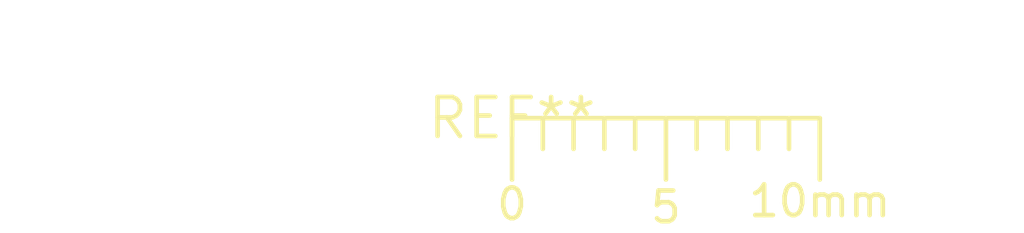
<source format=kicad_pcb>
(kicad_pcb (version 20240108) (generator pcbnew)
  (layers (0 "F.Cu" signal) (31 "B.Cu" signal) (34 "B.Paste" user) (35 "F.Paste" user) (36 "B.SilkS" user "B.Silkscreen") (37 "F.SilkS" user "F.Silkscreen") (38 "B.Mask" user) (39 "F.Mask" user) (44 "Edge.Cuts" user))
  (net 0 "")
  (footprint "Gauge_10mm_Type1_SilkScreenTop" (layer "F.Cu") (at 0 0)
    (property "Reference" "REF**")
    (property "Value" "Gauge_10mm_Type1_SilkScreenTop")
    (fp_line (start 0 0) (end 0 1.99898) (layer "F.SilkS") (stroke (width 0.15)))
    (fp_line (start 0 0) (end 9.99998 0) (layer "F.SilkS") (stroke (width 0.15)))
    (fp_line (start 1.00076 0) (end 1.00076 1.00076) (layer "F.SilkS") (stroke (width 0.15)))
    (fp_line (start 1.99898 0) (end 1.99898 1.00076) (layer "F.SilkS") (stroke (width 0.15)))
    (fp_line (start 2.99974 0) (end 2.99974 1.00076) (layer "F.SilkS") (stroke (width 0.15)))
    (fp_line (start 4.0005 0) (end 4.0005 1.00076) (layer "F.SilkS") (stroke (width 0.15)))
    (fp_line (start 5.00126 0) (end 5.00126 1.99898) (layer "F.SilkS") (stroke (width 0.15)))
    (fp_line (start 5.99948 0) (end 5.99948 1.00076) (layer "F.SilkS") (stroke (width 0.15)))
    (fp_line (start 7.00024 0) (end 7.00024 1.00076) (layer "F.SilkS") (stroke (width 0.15)))
    (fp_line (start 8.001 0) (end 8.001 1.00076) (layer "F.SilkS") (stroke (width 0.15)))
    (fp_line (start 8.99922 0) (end 8.99922 1.00076) (layer "F.SilkS") (stroke (width 0.15)))
    (fp_line (start 9.99998 0) (end 9.99998 1.99898) (layer "F.SilkS") (stroke (width 0.15)))
    (fp_text user "0" (at 0 2.79908 0) (layer "F.SilkS"))
    (fp_text user "5" (at 4.99872 2.90068 0) (layer "F.SilkS"))
    (fp_text user "10mm" (at 9.99998 2.70002 0) (layer "F.SilkS"))
  )
)
</source>
